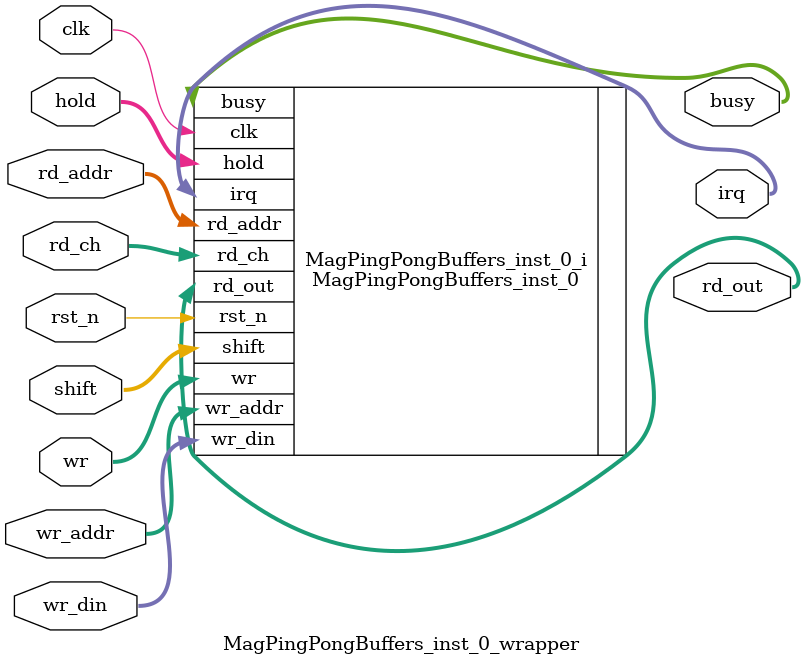
<source format=v>
`timescale 1 ps / 1 ps

module MagPingPongBuffers_inst_0_wrapper
   (busy,
    clk,
    hold,
    irq,
    rd_addr,
    rd_ch,
    rd_out,
    rst_n,
    shift,
    wr,
    wr_addr,
    wr_din);
  output [11:0]busy;
  input clk;
  input [11:0]hold;
  output [11:0]irq;
  input [7:0]rd_addr;
  input [3:0]rd_ch;
  output [31:0]rd_out;
  input rst_n;
  input [11:0]shift;
  input [11:0]wr;
  input [7:0]wr_addr;
  input [31:0]wr_din;

  wire [11:0]busy;
  wire clk;
  wire [11:0]hold;
  wire [11:0]irq;
  wire [7:0]rd_addr;
  wire [3:0]rd_ch;
  wire [31:0]rd_out;
  wire rst_n;
  wire [11:0]shift;
  wire [11:0]wr;
  wire [7:0]wr_addr;
  wire [31:0]wr_din;

  MagPingPongBuffers_inst_0 MagPingPongBuffers_inst_0_i
       (.busy(busy),
        .clk(clk),
        .hold(hold),
        .irq(irq),
        .rd_addr(rd_addr),
        .rd_ch(rd_ch),
        .rd_out(rd_out),
        .rst_n(rst_n),
        .shift(shift),
        .wr(wr),
        .wr_addr(wr_addr),
        .wr_din(wr_din));
endmodule

</source>
